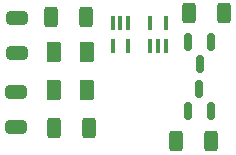
<source format=gbr>
%TF.GenerationSoftware,KiCad,Pcbnew,8.0.6-8.0.6-0~ubuntu22.04.1*%
%TF.CreationDate,2024-11-07T23:47:04-08:00*%
%TF.ProjectId,gbvideo_breakout,67627669-6465-46f5-9f62-7265616b6f75,rev?*%
%TF.SameCoordinates,Original*%
%TF.FileFunction,Paste,Top*%
%TF.FilePolarity,Positive*%
%FSLAX46Y46*%
G04 Gerber Fmt 4.6, Leading zero omitted, Abs format (unit mm)*
G04 Created by KiCad (PCBNEW 8.0.6-8.0.6-0~ubuntu22.04.1) date 2024-11-07 23:47:04*
%MOMM*%
%LPD*%
G01*
G04 APERTURE LIST*
G04 Aperture macros list*
%AMRoundRect*
0 Rectangle with rounded corners*
0 $1 Rounding radius*
0 $2 $3 $4 $5 $6 $7 $8 $9 X,Y pos of 4 corners*
0 Add a 4 corners polygon primitive as box body*
4,1,4,$2,$3,$4,$5,$6,$7,$8,$9,$2,$3,0*
0 Add four circle primitives for the rounded corners*
1,1,$1+$1,$2,$3*
1,1,$1+$1,$4,$5*
1,1,$1+$1,$6,$7*
1,1,$1+$1,$8,$9*
0 Add four rect primitives between the rounded corners*
20,1,$1+$1,$2,$3,$4,$5,0*
20,1,$1+$1,$4,$5,$6,$7,0*
20,1,$1+$1,$6,$7,$8,$9,0*
20,1,$1+$1,$8,$9,$2,$3,0*%
G04 Aperture macros list end*
%ADD10R,0.400000X1.200000*%
%ADD11RoundRect,0.150000X-0.150000X0.587500X-0.150000X-0.587500X0.150000X-0.587500X0.150000X0.587500X0*%
%ADD12RoundRect,0.250000X0.375000X0.625000X-0.375000X0.625000X-0.375000X-0.625000X0.375000X-0.625000X0*%
%ADD13RoundRect,0.250000X0.312500X0.625000X-0.312500X0.625000X-0.312500X-0.625000X0.312500X-0.625000X0*%
%ADD14RoundRect,0.250000X-0.650000X0.325000X-0.650000X-0.325000X0.650000X-0.325000X0.650000X0.325000X0*%
%ADD15RoundRect,0.250000X0.650000X-0.325000X0.650000X0.325000X-0.650000X0.325000X-0.650000X-0.325000X0*%
%ADD16RoundRect,0.250000X-0.312500X-0.625000X0.312500X-0.625000X0.312500X0.625000X-0.312500X0.625000X0*%
%ADD17RoundRect,0.150000X0.150000X-0.587500X0.150000X0.587500X-0.150000X0.587500X-0.150000X-0.587500X0*%
G04 APERTURE END LIST*
D10*
%TO.C,U2*%
X145950000Y-106750000D03*
X147250000Y-106750000D03*
X147250000Y-108650000D03*
X146600000Y-108650000D03*
X145950000Y-108650000D03*
%TD*%
%TO.C,U1*%
X144050000Y-108650000D03*
X142750000Y-108650000D03*
X142750000Y-106750000D03*
X143400000Y-106750000D03*
X144050000Y-106750000D03*
%TD*%
D11*
%TO.C,Q1*%
X150120000Y-110170833D03*
X149170000Y-108295833D03*
X151070000Y-108295833D03*
%TD*%
D12*
%TO.C,LED_3V3*%
X140600000Y-112400000D03*
X137800000Y-112400000D03*
%TD*%
%TO.C,LED_5V1*%
X140600000Y-109200000D03*
X137800000Y-109200000D03*
%TD*%
D13*
%TO.C,R3*%
X140500000Y-106200000D03*
X137575000Y-106200000D03*
%TD*%
D14*
%TO.C,C1*%
X134690000Y-106309000D03*
X134690000Y-109259000D03*
%TD*%
D15*
%TO.C,C2*%
X134600000Y-115500000D03*
X134600000Y-112550000D03*
%TD*%
D16*
%TO.C,R5*%
X151062500Y-116700000D03*
X148137500Y-116700000D03*
%TD*%
D13*
%TO.C,R1*%
X149237500Y-105900000D03*
X152162500Y-105900000D03*
%TD*%
%TO.C,R4*%
X140762500Y-115600000D03*
X137837500Y-115600000D03*
%TD*%
D17*
%TO.C,Q2*%
X150100000Y-112262500D03*
X151050000Y-114137500D03*
X149150000Y-114137500D03*
%TD*%
M02*

</source>
